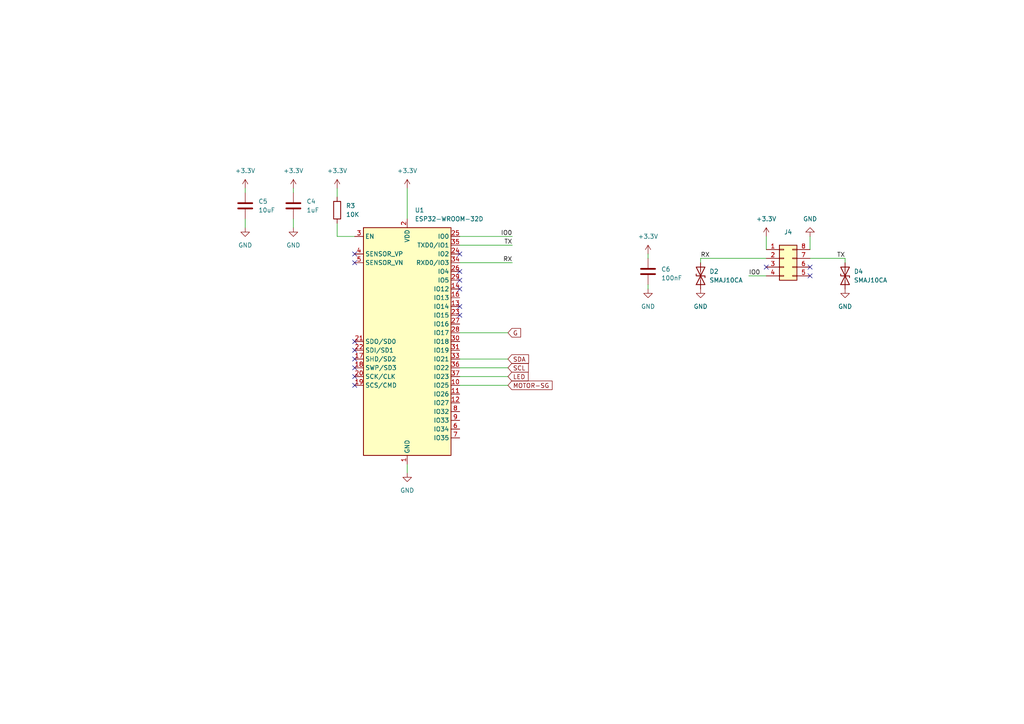
<source format=kicad_sch>
(kicad_sch (version 20230121) (generator eeschema)

  (uuid aa8ad4ae-923a-44d8-9d50-58b3d30449ff)

  (paper "A4")

  (lib_symbols
    (symbol "Connector_Generic:Conn_02x04_Counter_Clockwise" (pin_names (offset 1.016) hide) (in_bom yes) (on_board yes)
      (property "Reference" "J" (at 1.27 5.08 0)
        (effects (font (size 1.27 1.27)))
      )
      (property "Value" "Conn_02x04_Counter_Clockwise" (at 1.27 -7.62 0)
        (effects (font (size 1.27 1.27)))
      )
      (property "Footprint" "" (at 0 0 0)
        (effects (font (size 1.27 1.27)) hide)
      )
      (property "Datasheet" "~" (at 0 0 0)
        (effects (font (size 1.27 1.27)) hide)
      )
      (property "ki_keywords" "connector" (at 0 0 0)
        (effects (font (size 1.27 1.27)) hide)
      )
      (property "ki_description" "Generic connector, double row, 02x04, counter clockwise pin numbering scheme (similar to DIP package numbering), script generated (kicad-library-utils/schlib/autogen/connector/)" (at 0 0 0)
        (effects (font (size 1.27 1.27)) hide)
      )
      (property "ki_fp_filters" "Connector*:*_2x??_*" (at 0 0 0)
        (effects (font (size 1.27 1.27)) hide)
      )
      (symbol "Conn_02x04_Counter_Clockwise_1_1"
        (rectangle (start -1.27 -4.953) (end 0 -5.207)
          (stroke (width 0.1524) (type default))
          (fill (type none))
        )
        (rectangle (start -1.27 -2.413) (end 0 -2.667)
          (stroke (width 0.1524) (type default))
          (fill (type none))
        )
        (rectangle (start -1.27 0.127) (end 0 -0.127)
          (stroke (width 0.1524) (type default))
          (fill (type none))
        )
        (rectangle (start -1.27 2.667) (end 0 2.413)
          (stroke (width 0.1524) (type default))
          (fill (type none))
        )
        (rectangle (start -1.27 3.81) (end 3.81 -6.35)
          (stroke (width 0.254) (type default))
          (fill (type background))
        )
        (rectangle (start 3.81 -4.953) (end 2.54 -5.207)
          (stroke (width 0.1524) (type default))
          (fill (type none))
        )
        (rectangle (start 3.81 -2.413) (end 2.54 -2.667)
          (stroke (width 0.1524) (type default))
          (fill (type none))
        )
        (rectangle (start 3.81 0.127) (end 2.54 -0.127)
          (stroke (width 0.1524) (type default))
          (fill (type none))
        )
        (rectangle (start 3.81 2.667) (end 2.54 2.413)
          (stroke (width 0.1524) (type default))
          (fill (type none))
        )
        (pin passive line (at -5.08 2.54 0) (length 3.81)
          (name "Pin_1" (effects (font (size 1.27 1.27))))
          (number "1" (effects (font (size 1.27 1.27))))
        )
        (pin passive line (at -5.08 0 0) (length 3.81)
          (name "Pin_2" (effects (font (size 1.27 1.27))))
          (number "2" (effects (font (size 1.27 1.27))))
        )
        (pin passive line (at -5.08 -2.54 0) (length 3.81)
          (name "Pin_3" (effects (font (size 1.27 1.27))))
          (number "3" (effects (font (size 1.27 1.27))))
        )
        (pin passive line (at -5.08 -5.08 0) (length 3.81)
          (name "Pin_4" (effects (font (size 1.27 1.27))))
          (number "4" (effects (font (size 1.27 1.27))))
        )
        (pin passive line (at 7.62 -5.08 180) (length 3.81)
          (name "Pin_5" (effects (font (size 1.27 1.27))))
          (number "5" (effects (font (size 1.27 1.27))))
        )
        (pin passive line (at 7.62 -2.54 180) (length 3.81)
          (name "Pin_6" (effects (font (size 1.27 1.27))))
          (number "6" (effects (font (size 1.27 1.27))))
        )
        (pin passive line (at 7.62 0 180) (length 3.81)
          (name "Pin_7" (effects (font (size 1.27 1.27))))
          (number "7" (effects (font (size 1.27 1.27))))
        )
        (pin passive line (at 7.62 2.54 180) (length 3.81)
          (name "Pin_8" (effects (font (size 1.27 1.27))))
          (number "8" (effects (font (size 1.27 1.27))))
        )
      )
    )
    (symbol "Device:C" (pin_numbers hide) (pin_names (offset 0.254)) (in_bom yes) (on_board yes)
      (property "Reference" "C" (at 0.635 2.54 0)
        (effects (font (size 1.27 1.27)) (justify left))
      )
      (property "Value" "C" (at 0.635 -2.54 0)
        (effects (font (size 1.27 1.27)) (justify left))
      )
      (property "Footprint" "" (at 0.9652 -3.81 0)
        (effects (font (size 1.27 1.27)) hide)
      )
      (property "Datasheet" "~" (at 0 0 0)
        (effects (font (size 1.27 1.27)) hide)
      )
      (property "ki_keywords" "cap capacitor" (at 0 0 0)
        (effects (font (size 1.27 1.27)) hide)
      )
      (property "ki_description" "Unpolarized capacitor" (at 0 0 0)
        (effects (font (size 1.27 1.27)) hide)
      )
      (property "ki_fp_filters" "C_*" (at 0 0 0)
        (effects (font (size 1.27 1.27)) hide)
      )
      (symbol "C_0_1"
        (polyline
          (pts
            (xy -2.032 -0.762)
            (xy 2.032 -0.762)
          )
          (stroke (width 0.508) (type default))
          (fill (type none))
        )
        (polyline
          (pts
            (xy -2.032 0.762)
            (xy 2.032 0.762)
          )
          (stroke (width 0.508) (type default))
          (fill (type none))
        )
      )
      (symbol "C_1_1"
        (pin passive line (at 0 3.81 270) (length 2.794)
          (name "~" (effects (font (size 1.27 1.27))))
          (number "1" (effects (font (size 1.27 1.27))))
        )
        (pin passive line (at 0 -3.81 90) (length 2.794)
          (name "~" (effects (font (size 1.27 1.27))))
          (number "2" (effects (font (size 1.27 1.27))))
        )
      )
    )
    (symbol "Device:D_TVS" (pin_numbers hide) (pin_names (offset 1.016) hide) (in_bom yes) (on_board yes)
      (property "Reference" "D" (at 0 2.54 0)
        (effects (font (size 1.27 1.27)))
      )
      (property "Value" "D_TVS" (at 0 -2.54 0)
        (effects (font (size 1.27 1.27)))
      )
      (property "Footprint" "" (at 0 0 0)
        (effects (font (size 1.27 1.27)) hide)
      )
      (property "Datasheet" "~" (at 0 0 0)
        (effects (font (size 1.27 1.27)) hide)
      )
      (property "ki_keywords" "diode TVS thyrector" (at 0 0 0)
        (effects (font (size 1.27 1.27)) hide)
      )
      (property "ki_description" "Bidirectional transient-voltage-suppression diode" (at 0 0 0)
        (effects (font (size 1.27 1.27)) hide)
      )
      (property "ki_fp_filters" "TO-???* *_Diode_* *SingleDiode* D_*" (at 0 0 0)
        (effects (font (size 1.27 1.27)) hide)
      )
      (symbol "D_TVS_0_1"
        (polyline
          (pts
            (xy 1.27 0)
            (xy -1.27 0)
          )
          (stroke (width 0) (type default))
          (fill (type none))
        )
        (polyline
          (pts
            (xy 0.508 1.27)
            (xy 0 1.27)
            (xy 0 -1.27)
            (xy -0.508 -1.27)
          )
          (stroke (width 0.254) (type default))
          (fill (type none))
        )
        (polyline
          (pts
            (xy -2.54 1.27)
            (xy -2.54 -1.27)
            (xy 2.54 1.27)
            (xy 2.54 -1.27)
            (xy -2.54 1.27)
          )
          (stroke (width 0.254) (type default))
          (fill (type none))
        )
      )
      (symbol "D_TVS_1_1"
        (pin passive line (at -3.81 0 0) (length 2.54)
          (name "A1" (effects (font (size 1.27 1.27))))
          (number "1" (effects (font (size 1.27 1.27))))
        )
        (pin passive line (at 3.81 0 180) (length 2.54)
          (name "A2" (effects (font (size 1.27 1.27))))
          (number "2" (effects (font (size 1.27 1.27))))
        )
      )
    )
    (symbol "Device:R" (pin_numbers hide) (pin_names (offset 0)) (in_bom yes) (on_board yes)
      (property "Reference" "R" (at 2.032 0 90)
        (effects (font (size 1.27 1.27)))
      )
      (property "Value" "R" (at 0 0 90)
        (effects (font (size 1.27 1.27)))
      )
      (property "Footprint" "" (at -1.778 0 90)
        (effects (font (size 1.27 1.27)) hide)
      )
      (property "Datasheet" "~" (at 0 0 0)
        (effects (font (size 1.27 1.27)) hide)
      )
      (property "ki_keywords" "R res resistor" (at 0 0 0)
        (effects (font (size 1.27 1.27)) hide)
      )
      (property "ki_description" "Resistor" (at 0 0 0)
        (effects (font (size 1.27 1.27)) hide)
      )
      (property "ki_fp_filters" "R_*" (at 0 0 0)
        (effects (font (size 1.27 1.27)) hide)
      )
      (symbol "R_0_1"
        (rectangle (start -1.016 -2.54) (end 1.016 2.54)
          (stroke (width 0.254) (type default))
          (fill (type none))
        )
      )
      (symbol "R_1_1"
        (pin passive line (at 0 3.81 270) (length 1.27)
          (name "~" (effects (font (size 1.27 1.27))))
          (number "1" (effects (font (size 1.27 1.27))))
        )
        (pin passive line (at 0 -3.81 90) (length 1.27)
          (name "~" (effects (font (size 1.27 1.27))))
          (number "2" (effects (font (size 1.27 1.27))))
        )
      )
    )
    (symbol "RF_Module:ESP32-WROOM-32D" (in_bom yes) (on_board yes)
      (property "Reference" "U" (at -12.7 34.29 0)
        (effects (font (size 1.27 1.27)) (justify left))
      )
      (property "Value" "ESP32-WROOM-32D" (at 1.27 34.29 0)
        (effects (font (size 1.27 1.27)) (justify left))
      )
      (property "Footprint" "RF_Module:ESP32-WROOM-32D" (at 16.51 -34.29 0)
        (effects (font (size 1.27 1.27)) hide)
      )
      (property "Datasheet" "https://www.espressif.com/sites/default/files/documentation/esp32-wroom-32d_esp32-wroom-32u_datasheet_en.pdf" (at -7.62 1.27 0)
        (effects (font (size 1.27 1.27)) hide)
      )
      (property "ki_keywords" "RF Radio BT ESP ESP32 Espressif onboard PCB antenna" (at 0 0 0)
        (effects (font (size 1.27 1.27)) hide)
      )
      (property "ki_description" "RF Module, ESP32-D0WD SoC, Wi-Fi 802.11b/g/n, Bluetooth, BLE, 32-bit, 2.7-3.6V, onboard antenna, SMD" (at 0 0 0)
        (effects (font (size 1.27 1.27)) hide)
      )
      (property "ki_fp_filters" "ESP32?WROOM?32D*" (at 0 0 0)
        (effects (font (size 1.27 1.27)) hide)
      )
      (symbol "ESP32-WROOM-32D_0_1"
        (rectangle (start -12.7 33.02) (end 12.7 -33.02)
          (stroke (width 0.254) (type default))
          (fill (type background))
        )
      )
      (symbol "ESP32-WROOM-32D_1_1"
        (pin power_in line (at 0 -35.56 90) (length 2.54)
          (name "GND" (effects (font (size 1.27 1.27))))
          (number "1" (effects (font (size 1.27 1.27))))
        )
        (pin bidirectional line (at 15.24 -12.7 180) (length 2.54)
          (name "IO25" (effects (font (size 1.27 1.27))))
          (number "10" (effects (font (size 1.27 1.27))))
        )
        (pin bidirectional line (at 15.24 -15.24 180) (length 2.54)
          (name "IO26" (effects (font (size 1.27 1.27))))
          (number "11" (effects (font (size 1.27 1.27))))
        )
        (pin bidirectional line (at 15.24 -17.78 180) (length 2.54)
          (name "IO27" (effects (font (size 1.27 1.27))))
          (number "12" (effects (font (size 1.27 1.27))))
        )
        (pin bidirectional line (at 15.24 10.16 180) (length 2.54)
          (name "IO14" (effects (font (size 1.27 1.27))))
          (number "13" (effects (font (size 1.27 1.27))))
        )
        (pin bidirectional line (at 15.24 15.24 180) (length 2.54)
          (name "IO12" (effects (font (size 1.27 1.27))))
          (number "14" (effects (font (size 1.27 1.27))))
        )
        (pin passive line (at 0 -35.56 90) (length 2.54) hide
          (name "GND" (effects (font (size 1.27 1.27))))
          (number "15" (effects (font (size 1.27 1.27))))
        )
        (pin bidirectional line (at 15.24 12.7 180) (length 2.54)
          (name "IO13" (effects (font (size 1.27 1.27))))
          (number "16" (effects (font (size 1.27 1.27))))
        )
        (pin bidirectional line (at -15.24 -5.08 0) (length 2.54)
          (name "SHD/SD2" (effects (font (size 1.27 1.27))))
          (number "17" (effects (font (size 1.27 1.27))))
        )
        (pin bidirectional line (at -15.24 -7.62 0) (length 2.54)
          (name "SWP/SD3" (effects (font (size 1.27 1.27))))
          (number "18" (effects (font (size 1.27 1.27))))
        )
        (pin bidirectional line (at -15.24 -12.7 0) (length 2.54)
          (name "SCS/CMD" (effects (font (size 1.27 1.27))))
          (number "19" (effects (font (size 1.27 1.27))))
        )
        (pin power_in line (at 0 35.56 270) (length 2.54)
          (name "VDD" (effects (font (size 1.27 1.27))))
          (number "2" (effects (font (size 1.27 1.27))))
        )
        (pin bidirectional line (at -15.24 -10.16 0) (length 2.54)
          (name "SCK/CLK" (effects (font (size 1.27 1.27))))
          (number "20" (effects (font (size 1.27 1.27))))
        )
        (pin bidirectional line (at -15.24 0 0) (length 2.54)
          (name "SDO/SD0" (effects (font (size 1.27 1.27))))
          (number "21" (effects (font (size 1.27 1.27))))
        )
        (pin bidirectional line (at -15.24 -2.54 0) (length 2.54)
          (name "SDI/SD1" (effects (font (size 1.27 1.27))))
          (number "22" (effects (font (size 1.27 1.27))))
        )
        (pin bidirectional line (at 15.24 7.62 180) (length 2.54)
          (name "IO15" (effects (font (size 1.27 1.27))))
          (number "23" (effects (font (size 1.27 1.27))))
        )
        (pin bidirectional line (at 15.24 25.4 180) (length 2.54)
          (name "IO2" (effects (font (size 1.27 1.27))))
          (number "24" (effects (font (size 1.27 1.27))))
        )
        (pin bidirectional line (at 15.24 30.48 180) (length 2.54)
          (name "IO0" (effects (font (size 1.27 1.27))))
          (number "25" (effects (font (size 1.27 1.27))))
        )
        (pin bidirectional line (at 15.24 20.32 180) (length 2.54)
          (name "IO4" (effects (font (size 1.27 1.27))))
          (number "26" (effects (font (size 1.27 1.27))))
        )
        (pin bidirectional line (at 15.24 5.08 180) (length 2.54)
          (name "IO16" (effects (font (size 1.27 1.27))))
          (number "27" (effects (font (size 1.27 1.27))))
        )
        (pin bidirectional line (at 15.24 2.54 180) (length 2.54)
          (name "IO17" (effects (font (size 1.27 1.27))))
          (number "28" (effects (font (size 1.27 1.27))))
        )
        (pin bidirectional line (at 15.24 17.78 180) (length 2.54)
          (name "IO5" (effects (font (size 1.27 1.27))))
          (number "29" (effects (font (size 1.27 1.27))))
        )
        (pin input line (at -15.24 30.48 0) (length 2.54)
          (name "EN" (effects (font (size 1.27 1.27))))
          (number "3" (effects (font (size 1.27 1.27))))
        )
        (pin bidirectional line (at 15.24 0 180) (length 2.54)
          (name "IO18" (effects (font (size 1.27 1.27))))
          (number "30" (effects (font (size 1.27 1.27))))
        )
        (pin bidirectional line (at 15.24 -2.54 180) (length 2.54)
          (name "IO19" (effects (font (size 1.27 1.27))))
          (number "31" (effects (font (size 1.27 1.27))))
        )
        (pin no_connect line (at -12.7 -27.94 0) (length 2.54) hide
          (name "NC" (effects (font (size 1.27 1.27))))
          (number "32" (effects (font (size 1.27 1.27))))
        )
        (pin bidirectional line (at 15.24 -5.08 180) (length 2.54)
          (name "IO21" (effects (font (size 1.27 1.27))))
          (number "33" (effects (font (size 1.27 1.27))))
        )
        (pin bidirectional line (at 15.24 22.86 180) (length 2.54)
          (name "RXD0/IO3" (effects (font (size 1.27 1.27))))
          (number "34" (effects (font (size 1.27 1.27))))
        )
        (pin bidirectional line (at 15.24 27.94 180) (length 2.54)
          (name "TXD0/IO1" (effects (font (size 1.27 1.27))))
          (number "35" (effects (font (size 1.27 1.27))))
        )
        (pin bidirectional line (at 15.24 -7.62 180) (length 2.54)
          (name "IO22" (effects (font (size 1.27 1.27))))
          (number "36" (effects (font (size 1.27 1.27))))
        )
        (pin bidirectional line (at 15.24 -10.16 180) (length 2.54)
          (name "IO23" (effects (font (size 1.27 1.27))))
          (number "37" (effects (font (size 1.27 1.27))))
        )
        (pin passive line (at 0 -35.56 90) (length 2.54) hide
          (name "GND" (effects (font (size 1.27 1.27))))
          (number "38" (effects (font (size 1.27 1.27))))
        )
        (pin passive line (at 0 -35.56 90) (length 2.54) hide
          (name "GND" (effects (font (size 1.27 1.27))))
          (number "39" (effects (font (size 1.27 1.27))))
        )
        (pin input line (at -15.24 25.4 0) (length 2.54)
          (name "SENSOR_VP" (effects (font (size 1.27 1.27))))
          (number "4" (effects (font (size 1.27 1.27))))
        )
        (pin input line (at -15.24 22.86 0) (length 2.54)
          (name "SENSOR_VN" (effects (font (size 1.27 1.27))))
          (number "5" (effects (font (size 1.27 1.27))))
        )
        (pin input line (at 15.24 -25.4 180) (length 2.54)
          (name "IO34" (effects (font (size 1.27 1.27))))
          (number "6" (effects (font (size 1.27 1.27))))
        )
        (pin input line (at 15.24 -27.94 180) (length 2.54)
          (name "IO35" (effects (font (size 1.27 1.27))))
          (number "7" (effects (font (size 1.27 1.27))))
        )
        (pin bidirectional line (at 15.24 -20.32 180) (length 2.54)
          (name "IO32" (effects (font (size 1.27 1.27))))
          (number "8" (effects (font (size 1.27 1.27))))
        )
        (pin bidirectional line (at 15.24 -22.86 180) (length 2.54)
          (name "IO33" (effects (font (size 1.27 1.27))))
          (number "9" (effects (font (size 1.27 1.27))))
        )
      )
    )
    (symbol "power:+3.3V" (power) (pin_names (offset 0)) (in_bom yes) (on_board yes)
      (property "Reference" "#PWR" (at 0 -3.81 0)
        (effects (font (size 1.27 1.27)) hide)
      )
      (property "Value" "+3.3V" (at 0 3.556 0)
        (effects (font (size 1.27 1.27)))
      )
      (property "Footprint" "" (at 0 0 0)
        (effects (font (size 1.27 1.27)) hide)
      )
      (property "Datasheet" "" (at 0 0 0)
        (effects (font (size 1.27 1.27)) hide)
      )
      (property "ki_keywords" "global power" (at 0 0 0)
        (effects (font (size 1.27 1.27)) hide)
      )
      (property "ki_description" "Power symbol creates a global label with name \"+3.3V\"" (at 0 0 0)
        (effects (font (size 1.27 1.27)) hide)
      )
      (symbol "+3.3V_0_1"
        (polyline
          (pts
            (xy -0.762 1.27)
            (xy 0 2.54)
          )
          (stroke (width 0) (type default))
          (fill (type none))
        )
        (polyline
          (pts
            (xy 0 0)
            (xy 0 2.54)
          )
          (stroke (width 0) (type default))
          (fill (type none))
        )
        (polyline
          (pts
            (xy 0 2.54)
            (xy 0.762 1.27)
          )
          (stroke (width 0) (type default))
          (fill (type none))
        )
      )
      (symbol "+3.3V_1_1"
        (pin power_in line (at 0 0 90) (length 0) hide
          (name "+3.3V" (effects (font (size 1.27 1.27))))
          (number "1" (effects (font (size 1.27 1.27))))
        )
      )
    )
    (symbol "power:GND" (power) (pin_names (offset 0)) (in_bom yes) (on_board yes)
      (property "Reference" "#PWR" (at 0 -6.35 0)
        (effects (font (size 1.27 1.27)) hide)
      )
      (property "Value" "GND" (at 0 -3.81 0)
        (effects (font (size 1.27 1.27)))
      )
      (property "Footprint" "" (at 0 0 0)
        (effects (font (size 1.27 1.27)) hide)
      )
      (property "Datasheet" "" (at 0 0 0)
        (effects (font (size 1.27 1.27)) hide)
      )
      (property "ki_keywords" "global power" (at 0 0 0)
        (effects (font (size 1.27 1.27)) hide)
      )
      (property "ki_description" "Power symbol creates a global label with name \"GND\" , ground" (at 0 0 0)
        (effects (font (size 1.27 1.27)) hide)
      )
      (symbol "GND_0_1"
        (polyline
          (pts
            (xy 0 0)
            (xy 0 -1.27)
            (xy 1.27 -1.27)
            (xy 0 -2.54)
            (xy -1.27 -1.27)
            (xy 0 -1.27)
          )
          (stroke (width 0) (type default))
          (fill (type none))
        )
      )
      (symbol "GND_1_1"
        (pin power_in line (at 0 0 270) (length 0) hide
          (name "GND" (effects (font (size 1.27 1.27))))
          (number "1" (effects (font (size 1.27 1.27))))
        )
      )
    )
  )


  (no_connect (at 222.25 77.47) (uuid 13036cf0-b19c-42b6-bbc4-429483bc5d8f))
  (no_connect (at 102.87 106.68) (uuid 5a6599a2-8ebe-4e63-ad33-2c97e625efd8))
  (no_connect (at 102.87 104.14) (uuid 6ffe5d3c-04d2-4e0a-8d19-715c45dccd6e))
  (no_connect (at 102.87 111.76) (uuid 73117ce3-e621-45c7-84e0-bc9c4ca9eeb0))
  (no_connect (at 133.35 88.9) (uuid 8bc36806-66a0-458a-ae6e-5973f1e6eb23))
  (no_connect (at 133.35 81.28) (uuid 905c9ed6-f93d-4b6b-8b9e-67abca0d93ff))
  (no_connect (at 102.87 73.66) (uuid 93d47919-70a8-48da-b17c-257f95c743e7))
  (no_connect (at 102.87 101.6) (uuid 9434c12f-3e2c-45de-8408-a9072d5def00))
  (no_connect (at 102.87 76.2) (uuid 962009cc-b294-4b38-8801-e5e5d8de5295))
  (no_connect (at 133.35 83.82) (uuid bfabdfa2-f762-4c3c-8d8d-bd03ce663e07))
  (no_connect (at 102.87 99.06) (uuid c931bc59-f92e-44f8-90fc-3de821a44e27))
  (no_connect (at 133.35 73.66) (uuid d24d3a22-1eb4-4005-b9c7-cd583d161a44))
  (no_connect (at 234.95 77.47) (uuid ddebd2e6-7d46-419f-9090-a0f541778408))
  (no_connect (at 133.35 91.44) (uuid ed9f5ca5-52c0-4725-b863-bc4d0b3c64fc))
  (no_connect (at 234.95 80.01) (uuid f725ae05-4e02-4418-b6c4-904d5bb2948c))
  (no_connect (at 102.87 109.22) (uuid f8e16fb0-7b35-4f87-9600-eb8352fb96b6))
  (no_connect (at 133.35 78.74) (uuid fbe39e8b-5972-4972-8a94-80a05ab00684))

  (wire (pts (xy 85.09 63.5) (xy 85.09 66.04))
    (stroke (width 0) (type default))
    (uuid 136e1a26-eee1-470c-b309-13880a1836e6)
  )
  (wire (pts (xy 133.35 68.58) (xy 148.59 68.58))
    (stroke (width 0) (type default))
    (uuid 17e2d1d9-4c05-4863-a03b-e7a8c4900310)
  )
  (wire (pts (xy 133.35 76.2) (xy 148.59 76.2))
    (stroke (width 0) (type default))
    (uuid 185f1041-0fdd-403b-b690-33b8772d22b9)
  )
  (wire (pts (xy 118.11 54.61) (xy 118.11 63.5))
    (stroke (width 0) (type default))
    (uuid 36bc6dce-93b2-4cd5-9268-5762466de9b5)
  )
  (wire (pts (xy 71.12 54.61) (xy 71.12 55.88))
    (stroke (width 0) (type default))
    (uuid 38619fa5-8fbc-4d1e-93e6-67f6ae2b1b0e)
  )
  (wire (pts (xy 133.35 109.22) (xy 147.32 109.22))
    (stroke (width 0) (type default))
    (uuid 44388a45-286b-46f3-8b4a-b80147dadc07)
  )
  (wire (pts (xy 222.25 68.58) (xy 222.25 72.39))
    (stroke (width 0) (type default))
    (uuid 4608252c-700a-40ff-a2ba-0787521bdee8)
  )
  (wire (pts (xy 245.11 74.93) (xy 245.11 76.2))
    (stroke (width 0) (type default))
    (uuid 46987e3d-7bf3-4de3-a90d-331e5ec70f2b)
  )
  (wire (pts (xy 118.11 134.62) (xy 118.11 137.16))
    (stroke (width 0) (type default))
    (uuid 47454d54-bd93-48ee-9b5b-3caa8eea648b)
  )
  (wire (pts (xy 133.35 71.12) (xy 148.59 71.12))
    (stroke (width 0) (type default))
    (uuid 488703de-6f62-4e7b-9068-f510a9ad849a)
  )
  (wire (pts (xy 217.17 80.01) (xy 222.25 80.01))
    (stroke (width 0) (type default))
    (uuid 4ecbc34a-fabe-43ab-97d6-d5e7de25bbce)
  )
  (wire (pts (xy 133.35 111.76) (xy 147.32 111.76))
    (stroke (width 0) (type default))
    (uuid 590b15cd-979c-409e-b357-cbb275758829)
  )
  (wire (pts (xy 97.79 54.61) (xy 97.79 57.15))
    (stroke (width 0) (type default))
    (uuid 5943900c-83ea-43f2-be15-4ac34f3e3e87)
  )
  (wire (pts (xy 71.12 63.5) (xy 71.12 66.04))
    (stroke (width 0) (type default))
    (uuid 5db7e3c4-e2fb-48f0-b842-8a0fdd91449c)
  )
  (wire (pts (xy 187.96 73.66) (xy 187.96 74.93))
    (stroke (width 0) (type default))
    (uuid 63bf8843-8b11-44bd-af59-8e794da57b73)
  )
  (wire (pts (xy 85.09 54.61) (xy 85.09 55.88))
    (stroke (width 0) (type default))
    (uuid 8671d051-2b03-486f-9ba0-d3cf70fb5a4a)
  )
  (wire (pts (xy 187.96 82.55) (xy 187.96 83.82))
    (stroke (width 0) (type default))
    (uuid 8be454b0-f071-48f6-bca9-5184a84e1149)
  )
  (wire (pts (xy 203.2 74.93) (xy 222.25 74.93))
    (stroke (width 0) (type default))
    (uuid 99604530-7745-41e1-b1ab-abf16a387259)
  )
  (wire (pts (xy 97.79 68.58) (xy 97.79 64.77))
    (stroke (width 0) (type default))
    (uuid 9ce83858-ae89-48b7-8a4a-0655d169ba7b)
  )
  (wire (pts (xy 133.35 96.52) (xy 147.32 96.52))
    (stroke (width 0) (type default))
    (uuid a23bbb82-7dd1-46f7-8ae0-81462517a30c)
  )
  (wire (pts (xy 133.35 104.14) (xy 147.32 104.14))
    (stroke (width 0) (type default))
    (uuid ab12c555-d727-4544-912e-64975c1be88b)
  )
  (wire (pts (xy 133.35 106.68) (xy 147.32 106.68))
    (stroke (width 0) (type default))
    (uuid b1716648-1033-4fbb-aa62-42748ce91ac1)
  )
  (wire (pts (xy 234.95 68.58) (xy 234.95 72.39))
    (stroke (width 0) (type default))
    (uuid bfc744d5-cc8a-443c-a52c-61deda01e77b)
  )
  (wire (pts (xy 102.87 68.58) (xy 97.79 68.58))
    (stroke (width 0) (type default))
    (uuid bfde4872-350e-4ecb-ad84-76ecb643dcaa)
  )
  (wire (pts (xy 203.2 74.93) (xy 203.2 76.2))
    (stroke (width 0) (type default))
    (uuid d65c6597-ee05-4c8c-868d-7a7dc28eb492)
  )
  (wire (pts (xy 234.95 74.93) (xy 245.11 74.93))
    (stroke (width 0) (type default))
    (uuid da7127ef-3a67-48ed-863b-cd8cc05aa724)
  )

  (label "RX" (at 148.59 76.2 180) (fields_autoplaced)
    (effects (font (size 1.27 1.27)) (justify right bottom))
    (uuid 0ff92bca-913d-4cca-93b9-799a38574081)
  )
  (label "RX" (at 203.2 74.93 0) (fields_autoplaced)
    (effects (font (size 1.27 1.27)) (justify left bottom))
    (uuid 195243eb-12af-4b8f-a7a0-3fb8e56f51b6)
  )
  (label "IO0" (at 148.59 68.58 180) (fields_autoplaced)
    (effects (font (size 1.27 1.27)) (justify right bottom))
    (uuid b5955485-e231-4400-8294-3c5b0bbfde10)
  )
  (label "TX" (at 148.59 71.12 180) (fields_autoplaced)
    (effects (font (size 1.27 1.27)) (justify right bottom))
    (uuid efc0aff7-8070-47de-a0ad-2203f80067df)
  )
  (label "IO0" (at 217.17 80.01 0) (fields_autoplaced)
    (effects (font (size 1.27 1.27)) (justify left bottom))
    (uuid fdc6e199-b26d-489c-b363-2948528fb627)
  )
  (label "TX" (at 245.11 74.93 180) (fields_autoplaced)
    (effects (font (size 1.27 1.27)) (justify right bottom))
    (uuid feef61db-ec42-4e46-af7e-aa2dfd4399d0)
  )

  (global_label "LED" (shape input) (at 147.32 109.22 0) (fields_autoplaced)
    (effects (font (size 1.27 1.27)) (justify left))
    (uuid 11ec0d0b-4f70-4b73-9002-65ef21de0cf1)
    (property "Intersheetrefs" "${INTERSHEET_REFS}" (at 153.6729 109.22 0)
      (effects (font (size 1.27 1.27)) (justify left) hide)
    )
  )
  (global_label "MOTOR-SG" (shape input) (at 147.32 111.76 0) (fields_autoplaced)
    (effects (font (size 1.27 1.27)) (justify left))
    (uuid 41ce6352-048c-4401-a566-83642b2aca29)
    (property "Intersheetrefs" "${INTERSHEET_REFS}" (at 160.6277 111.76 0)
      (effects (font (size 1.27 1.27)) (justify left) hide)
    )
  )
  (global_label "SDA" (shape input) (at 147.32 104.14 0) (fields_autoplaced)
    (effects (font (size 1.27 1.27)) (justify left))
    (uuid 6a3bab58-839e-488e-8f77-811523adcb79)
    (property "Intersheetrefs" "${INTERSHEET_REFS}" (at 153.7939 104.14 0)
      (effects (font (size 1.27 1.27)) (justify left) hide)
    )
  )
  (global_label "G" (shape input) (at 147.32 96.52 0) (fields_autoplaced)
    (effects (font (size 1.27 1.27)) (justify left))
    (uuid 976de31e-930f-45d6-b630-739f2d8ef195)
    (property "Intersheetrefs" "${INTERSHEET_REFS}" (at 151.5752 96.52 0)
      (effects (font (size 1.27 1.27)) (justify left) hide)
    )
  )
  (global_label "SCL" (shape input) (at 147.32 106.68 0) (fields_autoplaced)
    (effects (font (size 1.27 1.27)) (justify left))
    (uuid e7ed4acd-2399-47f3-9d98-3e147a16d00b)
    (property "Intersheetrefs" "${INTERSHEET_REFS}" (at 153.7334 106.68 0)
      (effects (font (size 1.27 1.27)) (justify left) hide)
    )
  )

  (symbol (lib_id "power:GND") (at 203.2 83.82 0) (unit 1)
    (in_bom yes) (on_board yes) (dnp no) (fields_autoplaced)
    (uuid 0d5dbc21-1542-4d68-819f-1462e4d943bd)
    (property "Reference" "#PWR018" (at 203.2 90.17 0)
      (effects (font (size 1.27 1.27)) hide)
    )
    (property "Value" "GND" (at 203.2 88.9 0)
      (effects (font (size 1.27 1.27)))
    )
    (property "Footprint" "" (at 203.2 83.82 0)
      (effects (font (size 1.27 1.27)) hide)
    )
    (property "Datasheet" "" (at 203.2 83.82 0)
      (effects (font (size 1.27 1.27)) hide)
    )
    (pin "1" (uuid f9255d0c-fec8-49df-a49e-7fbaf27be7de))
    (instances
      (project "piezzo"
        (path "/2a569c31-bb52-4c3d-ae7f-45f2860154f7"
          (reference "#PWR018") (unit 1)
        )
        (path "/2a569c31-bb52-4c3d-ae7f-45f2860154f7/7849a71f-fbd9-43cf-aa18-1d7390d12e45"
          (reference "#PWR018") (unit 1)
        )
      )
    )
  )

  (symbol (lib_id "power:+3.3V") (at 187.96 73.66 0) (unit 1)
    (in_bom yes) (on_board yes) (dnp no) (fields_autoplaced)
    (uuid 0d6df8bc-a4c1-4d84-a7a7-54f225690f73)
    (property "Reference" "#PWR04" (at 187.96 77.47 0)
      (effects (font (size 1.27 1.27)) hide)
    )
    (property "Value" "+3.3V" (at 187.96 68.58 0)
      (effects (font (size 1.27 1.27)))
    )
    (property "Footprint" "" (at 187.96 73.66 0)
      (effects (font (size 1.27 1.27)) hide)
    )
    (property "Datasheet" "" (at 187.96 73.66 0)
      (effects (font (size 1.27 1.27)) hide)
    )
    (pin "1" (uuid ac1004ca-7ee6-48fd-b0f6-59290f1f0b6f))
    (instances
      (project "piezzo"
        (path "/2a569c31-bb52-4c3d-ae7f-45f2860154f7"
          (reference "#PWR04") (unit 1)
        )
        (path "/2a569c31-bb52-4c3d-ae7f-45f2860154f7/7849a71f-fbd9-43cf-aa18-1d7390d12e45"
          (reference "#PWR014") (unit 1)
        )
      )
    )
  )

  (symbol (lib_id "power:GND") (at 85.09 66.04 0) (unit 1)
    (in_bom yes) (on_board yes) (dnp no) (fields_autoplaced)
    (uuid 158adca2-1336-406f-bd65-532bc1b5bfd7)
    (property "Reference" "#PWR013" (at 85.09 72.39 0)
      (effects (font (size 1.27 1.27)) hide)
    )
    (property "Value" "GND" (at 85.09 71.12 0)
      (effects (font (size 1.27 1.27)))
    )
    (property "Footprint" "" (at 85.09 66.04 0)
      (effects (font (size 1.27 1.27)) hide)
    )
    (property "Datasheet" "" (at 85.09 66.04 0)
      (effects (font (size 1.27 1.27)) hide)
    )
    (pin "1" (uuid d97d984d-1785-4b23-bb9a-72b9eb9d54d5))
    (instances
      (project "piezzo"
        (path "/2a569c31-bb52-4c3d-ae7f-45f2860154f7"
          (reference "#PWR013") (unit 1)
        )
        (path "/2a569c31-bb52-4c3d-ae7f-45f2860154f7/7849a71f-fbd9-43cf-aa18-1d7390d12e45"
          (reference "#PWR010") (unit 1)
        )
      )
    )
  )

  (symbol (lib_id "power:GND") (at 187.96 83.82 0) (unit 1)
    (in_bom yes) (on_board yes) (dnp no) (fields_autoplaced)
    (uuid 183997c3-0ca8-485a-b3ea-6c4b5c9ebdc2)
    (property "Reference" "#PWR05" (at 187.96 90.17 0)
      (effects (font (size 1.27 1.27)) hide)
    )
    (property "Value" "GND" (at 187.96 88.9 0)
      (effects (font (size 1.27 1.27)))
    )
    (property "Footprint" "" (at 187.96 83.82 0)
      (effects (font (size 1.27 1.27)) hide)
    )
    (property "Datasheet" "" (at 187.96 83.82 0)
      (effects (font (size 1.27 1.27)) hide)
    )
    (pin "1" (uuid 39b2332a-8d03-4b4f-aea5-27df2cd4237f))
    (instances
      (project "piezzo"
        (path "/2a569c31-bb52-4c3d-ae7f-45f2860154f7"
          (reference "#PWR05") (unit 1)
        )
        (path "/2a569c31-bb52-4c3d-ae7f-45f2860154f7/7849a71f-fbd9-43cf-aa18-1d7390d12e45"
          (reference "#PWR015") (unit 1)
        )
      )
    )
  )

  (symbol (lib_id "Connector_Generic:Conn_02x04_Counter_Clockwise") (at 227.33 74.93 0) (unit 1)
    (in_bom yes) (on_board yes) (dnp no) (fields_autoplaced)
    (uuid 1af0042b-4dda-4ffc-8f5b-1ef581c26b8f)
    (property "Reference" "J4" (at 228.6 67.31 0)
      (effects (font (size 1.27 1.27)))
    )
    (property "Value" "CODE" (at 228.6 69.85 0)
      (effects (font (size 1.27 1.27)) hide)
    )
    (property "Footprint" "Connector_PinSocket_2.54mm:PinSocket_2x04_P2.54mm_Vertical" (at 227.33 74.93 0)
      (effects (font (size 1.27 1.27)) hide)
    )
    (property "Datasheet" "~" (at 227.33 74.93 0)
      (effects (font (size 1.27 1.27)) hide)
    )
    (pin "1" (uuid 71a86d66-a9d4-45aa-a47b-68c4961efad0))
    (pin "2" (uuid 36ffd9db-5f55-4212-bf19-f4d76da7e9e9))
    (pin "3" (uuid 9e72d2b3-541b-4a54-978f-c70a02eda4c2))
    (pin "4" (uuid 1a0ce16b-baab-4d5f-aa10-ae1a3ca78aec))
    (pin "5" (uuid ddb21782-25c4-4c50-aa5d-02ae33a3bb85))
    (pin "6" (uuid 8a5344d8-dfd4-40f2-a3e7-48c277076f76))
    (pin "7" (uuid b3e90e13-51fa-4086-bcf8-586cec1c0064))
    (pin "8" (uuid cc6ad4b4-729b-473c-a3fc-0e058076054e))
    (instances
      (project "piezzo"
        (path "/2a569c31-bb52-4c3d-ae7f-45f2860154f7"
          (reference "J4") (unit 1)
        )
        (path "/2a569c31-bb52-4c3d-ae7f-45f2860154f7/7849a71f-fbd9-43cf-aa18-1d7390d12e45"
          (reference "J4") (unit 1)
        )
      )
    )
  )

  (symbol (lib_id "power:GND") (at 118.11 137.16 0) (unit 1)
    (in_bom yes) (on_board yes) (dnp no) (fields_autoplaced)
    (uuid 1e23b3ba-431e-4703-b5fc-a185603201be)
    (property "Reference" "#PWR015" (at 118.11 143.51 0)
      (effects (font (size 1.27 1.27)) hide)
    )
    (property "Value" "GND" (at 118.11 142.24 0)
      (effects (font (size 1.27 1.27)))
    )
    (property "Footprint" "" (at 118.11 137.16 0)
      (effects (font (size 1.27 1.27)) hide)
    )
    (property "Datasheet" "" (at 118.11 137.16 0)
      (effects (font (size 1.27 1.27)) hide)
    )
    (pin "1" (uuid 678050a5-6038-49dc-aff5-2e938b9d52b9))
    (instances
      (project "piezzo"
        (path "/2a569c31-bb52-4c3d-ae7f-45f2860154f7"
          (reference "#PWR015") (unit 1)
        )
        (path "/2a569c31-bb52-4c3d-ae7f-45f2860154f7/7849a71f-fbd9-43cf-aa18-1d7390d12e45"
          (reference "#PWR013") (unit 1)
        )
      )
    )
  )

  (symbol (lib_id "power:+3.3V") (at 118.11 54.61 0) (unit 1)
    (in_bom yes) (on_board yes) (dnp no) (fields_autoplaced)
    (uuid 4ff1c3e4-d819-44d4-8b53-135b82273461)
    (property "Reference" "#PWR09" (at 118.11 58.42 0)
      (effects (font (size 1.27 1.27)) hide)
    )
    (property "Value" "+3.3V" (at 118.11 49.53 0)
      (effects (font (size 1.27 1.27)))
    )
    (property "Footprint" "" (at 118.11 54.61 0)
      (effects (font (size 1.27 1.27)) hide)
    )
    (property "Datasheet" "" (at 118.11 54.61 0)
      (effects (font (size 1.27 1.27)) hide)
    )
    (pin "1" (uuid 1cfe38f8-3ada-4ac2-bfa1-cb2c3c1492a0))
    (instances
      (project "piezzo"
        (path "/2a569c31-bb52-4c3d-ae7f-45f2860154f7"
          (reference "#PWR09") (unit 1)
        )
        (path "/2a569c31-bb52-4c3d-ae7f-45f2860154f7/7849a71f-fbd9-43cf-aa18-1d7390d12e45"
          (reference "#PWR012") (unit 1)
        )
      )
    )
  )

  (symbol (lib_id "power:GND") (at 71.12 66.04 0) (unit 1)
    (in_bom yes) (on_board yes) (dnp no) (fields_autoplaced)
    (uuid 61aa6502-95ea-4e0f-b7b6-61651772db78)
    (property "Reference" "#PWR014" (at 71.12 72.39 0)
      (effects (font (size 1.27 1.27)) hide)
    )
    (property "Value" "GND" (at 71.12 71.12 0)
      (effects (font (size 1.27 1.27)))
    )
    (property "Footprint" "" (at 71.12 66.04 0)
      (effects (font (size 1.27 1.27)) hide)
    )
    (property "Datasheet" "" (at 71.12 66.04 0)
      (effects (font (size 1.27 1.27)) hide)
    )
    (pin "1" (uuid 87f8b17d-413f-42d8-a692-c93845950cbf))
    (instances
      (project "piezzo"
        (path "/2a569c31-bb52-4c3d-ae7f-45f2860154f7"
          (reference "#PWR014") (unit 1)
        )
        (path "/2a569c31-bb52-4c3d-ae7f-45f2860154f7/7849a71f-fbd9-43cf-aa18-1d7390d12e45"
          (reference "#PWR05") (unit 1)
        )
      )
    )
  )

  (symbol (lib_id "RF_Module:ESP32-WROOM-32D") (at 118.11 99.06 0) (unit 1)
    (in_bom yes) (on_board yes) (dnp no) (fields_autoplaced)
    (uuid 70551488-964b-4934-9c04-2195d004a8b4)
    (property "Reference" "U1" (at 120.3041 60.96 0)
      (effects (font (size 1.27 1.27)) (justify left))
    )
    (property "Value" "ESP32-WROOM-32D" (at 120.3041 63.5 0)
      (effects (font (size 1.27 1.27)) (justify left))
    )
    (property "Footprint" "RF_Module:ESP32-WROOM-32D" (at 134.62 133.35 0)
      (effects (font (size 1.27 1.27)) hide)
    )
    (property "Datasheet" "https://www.espressif.com/sites/default/files/documentation/esp32-wroom-32d_esp32-wroom-32u_datasheet_en.pdf" (at 110.49 97.79 0)
      (effects (font (size 1.27 1.27)) hide)
    )
    (pin "1" (uuid 74e87032-9c57-4d1d-a551-39eeee175c56))
    (pin "10" (uuid 0391dfba-c25f-4306-b8c3-929e93972f0b))
    (pin "11" (uuid 246c2617-8fd1-4663-969c-8c06c5208d2a))
    (pin "12" (uuid 30a90a0d-fd00-46d5-af36-17735db8c486))
    (pin "13" (uuid cee60782-161b-4e4b-8034-d8c05bfbed7e))
    (pin "14" (uuid dc33e609-b70c-422d-b7c0-3fe5ea8a7217))
    (pin "15" (uuid 257dae60-3269-49c4-ad32-686091bebf4b))
    (pin "16" (uuid 7e05b38a-6d25-4314-8686-0a3963075043))
    (pin "17" (uuid 1b8c0269-e035-48ca-bdf2-19f2a2eebd76))
    (pin "18" (uuid 0ffe2753-9001-4a1c-b363-c36854f56ff3))
    (pin "19" (uuid 24f48d9a-44ec-4337-9d72-4512870274f6))
    (pin "2" (uuid dd4a2549-9a31-4a89-8cea-e9dd3d41a478))
    (pin "20" (uuid 585a15da-87c5-42d6-9525-5d599c27c905))
    (pin "21" (uuid 127fb5f6-884a-4a2f-8fbb-b88f412cfa5e))
    (pin "22" (uuid 8c26afe6-904c-454e-9c8d-edef97d74ed2))
    (pin "23" (uuid 03236f2d-1f2e-4a72-ac7f-94c83c050fb2))
    (pin "24" (uuid b4c79152-588c-4b85-8ac2-13e104a7e1d2))
    (pin "25" (uuid 6f2256c3-881b-44a4-81c2-68effaddfdde))
    (pin "26" (uuid 3d439461-5560-436c-b1bf-7e0350119f9c))
    (pin "27" (uuid 4ae7e2a6-03ad-465e-a459-89708ee92bec))
    (pin "28" (uuid 279b7ecd-d054-4b69-b8f3-d1c4a43c9e56))
    (pin "29" (uuid adcae22e-1c18-422b-9c1d-90b01939f9ee))
    (pin "3" (uuid 05aaa7bc-784d-4130-b0bb-46476f3ae03c))
    (pin "30" (uuid 186b0b47-fc6e-4557-bf6a-851b025ed95d))
    (pin "31" (uuid 205ff9ca-e46a-4b85-871e-5ee2dbc335c7))
    (pin "32" (uuid 8ae9bbb8-f049-4ab3-ab68-aa39a3f66af3))
    (pin "33" (uuid 6ef4d474-e983-4018-933d-be253cd713d5))
    (pin "34" (uuid f743a2dd-1ca7-489f-91e1-1baefe81b31d))
    (pin "35" (uuid c9ad0a56-de3c-46c8-98bf-5038b48dfa8e))
    (pin "36" (uuid d2b3c497-b1a5-4e78-bd3d-1897fa8d0fec))
    (pin "37" (uuid 2cbacdd3-e00b-4aaf-a12e-473db97c27cc))
    (pin "38" (uuid 75b190c6-f6e3-46fd-b252-ef41121e5e03))
    (pin "39" (uuid 7b04ef3a-5b1b-4530-a390-93043d63f25f))
    (pin "4" (uuid 64aff630-164f-4a6b-9d68-8c3aa657fcfe))
    (pin "5" (uuid f29af523-b2d6-42e6-9937-2eabadf4d51c))
    (pin "6" (uuid 086c3add-95e6-4892-a53d-265735267c05))
    (pin "7" (uuid 53d74152-6b85-464c-b5c8-5a29466d4ec3))
    (pin "8" (uuid 4a208d76-d991-4593-811a-208000265b5e))
    (pin "9" (uuid 3bbe074f-1227-427c-8fbe-c2f7dc91261d))
    (instances
      (project "piezzo"
        (path "/2a569c31-bb52-4c3d-ae7f-45f2860154f7"
          (reference "U1") (unit 1)
        )
        (path "/2a569c31-bb52-4c3d-ae7f-45f2860154f7/7849a71f-fbd9-43cf-aa18-1d7390d12e45"
          (reference "U1") (unit 1)
        )
      )
    )
  )

  (symbol (lib_id "Device:D_TVS") (at 203.2 80.01 90) (unit 1)
    (in_bom yes) (on_board yes) (dnp no) (fields_autoplaced)
    (uuid 904fb1d1-9b15-4c1a-a7ee-a67e6ab26cdd)
    (property "Reference" "D2" (at 205.74 78.74 90)
      (effects (font (size 1.27 1.27)) (justify right))
    )
    (property "Value" "SMAJ10CA" (at 205.74 81.28 90)
      (effects (font (size 1.27 1.27)) (justify right))
    )
    (property "Footprint" "Diode_SMD:D_MELF" (at 203.2 80.01 0)
      (effects (font (size 1.27 1.27)) hide)
    )
    (property "Datasheet" "~" (at 203.2 80.01 0)
      (effects (font (size 1.27 1.27)) hide)
    )
    (pin "1" (uuid 60a05f10-008d-4dd6-8fc9-e9fa3b203297))
    (pin "2" (uuid c82e7ad8-759f-427d-83c8-cc21af6ab676))
    (instances
      (project "piezzo"
        (path "/2a569c31-bb52-4c3d-ae7f-45f2860154f7"
          (reference "D2") (unit 1)
        )
        (path "/2a569c31-bb52-4c3d-ae7f-45f2860154f7/7849a71f-fbd9-43cf-aa18-1d7390d12e45"
          (reference "D2") (unit 1)
        )
      )
    )
  )

  (symbol (lib_id "Device:D_TVS") (at 245.11 80.01 90) (unit 1)
    (in_bom yes) (on_board yes) (dnp no) (fields_autoplaced)
    (uuid 99d8dbd8-b23c-4525-891e-4f38067fecbd)
    (property "Reference" "D4" (at 247.65 78.74 90)
      (effects (font (size 1.27 1.27)) (justify right))
    )
    (property "Value" "SMAJ10CA" (at 247.65 81.28 90)
      (effects (font (size 1.27 1.27)) (justify right))
    )
    (property "Footprint" "Diode_SMD:D_MELF" (at 245.11 80.01 0)
      (effects (font (size 1.27 1.27)) hide)
    )
    (property "Datasheet" "~" (at 245.11 80.01 0)
      (effects (font (size 1.27 1.27)) hide)
    )
    (pin "1" (uuid 2f73fc19-ab54-45f4-a076-46e986d900a8))
    (pin "2" (uuid 0bb810df-f38e-4574-a84e-358af56e34fe))
    (instances
      (project "piezzo"
        (path "/2a569c31-bb52-4c3d-ae7f-45f2860154f7"
          (reference "D4") (unit 1)
        )
        (path "/2a569c31-bb52-4c3d-ae7f-45f2860154f7/7849a71f-fbd9-43cf-aa18-1d7390d12e45"
          (reference "D4") (unit 1)
        )
      )
    )
  )

  (symbol (lib_id "power:+3.3V") (at 85.09 54.61 0) (unit 1)
    (in_bom yes) (on_board yes) (dnp no) (fields_autoplaced)
    (uuid 9c673e19-e6ab-40d3-8f78-7b3a0a9c06ef)
    (property "Reference" "#PWR011" (at 85.09 58.42 0)
      (effects (font (size 1.27 1.27)) hide)
    )
    (property "Value" "+3.3V" (at 85.09 49.53 0)
      (effects (font (size 1.27 1.27)))
    )
    (property "Footprint" "" (at 85.09 54.61 0)
      (effects (font (size 1.27 1.27)) hide)
    )
    (property "Datasheet" "" (at 85.09 54.61 0)
      (effects (font (size 1.27 1.27)) hide)
    )
    (pin "1" (uuid 9a40c269-9871-4044-a255-bc2e18162d3c))
    (instances
      (project "piezzo"
        (path "/2a569c31-bb52-4c3d-ae7f-45f2860154f7"
          (reference "#PWR011") (unit 1)
        )
        (path "/2a569c31-bb52-4c3d-ae7f-45f2860154f7/7849a71f-fbd9-43cf-aa18-1d7390d12e45"
          (reference "#PWR09") (unit 1)
        )
      )
    )
  )

  (symbol (lib_id "Device:R") (at 97.79 60.96 180) (unit 1)
    (in_bom yes) (on_board yes) (dnp no) (fields_autoplaced)
    (uuid b695b519-ec41-48fd-a902-d110bb486d44)
    (property "Reference" "R3" (at 100.33 59.69 0)
      (effects (font (size 1.27 1.27)) (justify right))
    )
    (property "Value" "10K" (at 100.33 62.23 0)
      (effects (font (size 1.27 1.27)) (justify right))
    )
    (property "Footprint" "Resistor_SMD:R_0603_1608Metric" (at 99.568 60.96 90)
      (effects (font (size 1.27 1.27)) hide)
    )
    (property "Datasheet" "~" (at 97.79 60.96 0)
      (effects (font (size 1.27 1.27)) hide)
    )
    (pin "1" (uuid dcb17f87-cd63-411f-8ee1-1c0b04c39ea6))
    (pin "2" (uuid 8c1d0c90-eaff-4a32-9859-978a7c29ea00))
    (instances
      (project "piezzo"
        (path "/2a569c31-bb52-4c3d-ae7f-45f2860154f7"
          (reference "R3") (unit 1)
        )
        (path "/2a569c31-bb52-4c3d-ae7f-45f2860154f7/7849a71f-fbd9-43cf-aa18-1d7390d12e45"
          (reference "R3") (unit 1)
        )
      )
    )
  )

  (symbol (lib_id "power:GND") (at 245.11 83.82 0) (unit 1)
    (in_bom yes) (on_board yes) (dnp no) (fields_autoplaced)
    (uuid b971e11f-8b35-46bd-b747-411fc305aed5)
    (property "Reference" "#PWR023" (at 245.11 90.17 0)
      (effects (font (size 1.27 1.27)) hide)
    )
    (property "Value" "GND" (at 245.11 88.9 0)
      (effects (font (size 1.27 1.27)))
    )
    (property "Footprint" "" (at 245.11 83.82 0)
      (effects (font (size 1.27 1.27)) hide)
    )
    (property "Datasheet" "" (at 245.11 83.82 0)
      (effects (font (size 1.27 1.27)) hide)
    )
    (pin "1" (uuid da8ab9a3-3b5d-415c-a42b-cf15931793c8))
    (instances
      (project "piezzo"
        (path "/2a569c31-bb52-4c3d-ae7f-45f2860154f7"
          (reference "#PWR023") (unit 1)
        )
        (path "/2a569c31-bb52-4c3d-ae7f-45f2860154f7/7849a71f-fbd9-43cf-aa18-1d7390d12e45"
          (reference "#PWR024") (unit 1)
        )
      )
    )
  )

  (symbol (lib_id "Device:C") (at 85.09 59.69 180) (unit 1)
    (in_bom yes) (on_board yes) (dnp no) (fields_autoplaced)
    (uuid cf8afa09-0c3c-4924-bea5-3b6d5f6efe16)
    (property "Reference" "C4" (at 88.9 58.42 0)
      (effects (font (size 1.27 1.27)) (justify right))
    )
    (property "Value" "1uF" (at 88.9 60.96 0)
      (effects (font (size 1.27 1.27)) (justify right))
    )
    (property "Footprint" "Capacitor_SMD:C_0603_1608Metric" (at 84.1248 55.88 0)
      (effects (font (size 1.27 1.27)) hide)
    )
    (property "Datasheet" "~" (at 85.09 59.69 0)
      (effects (font (size 1.27 1.27)) hide)
    )
    (pin "1" (uuid be31cc52-2939-4f61-8f80-8eb105e0446f))
    (pin "2" (uuid 35d07ac8-eaae-411d-be77-fdc86e5f4719))
    (instances
      (project "piezzo"
        (path "/2a569c31-bb52-4c3d-ae7f-45f2860154f7"
          (reference "C4") (unit 1)
        )
        (path "/2a569c31-bb52-4c3d-ae7f-45f2860154f7/7849a71f-fbd9-43cf-aa18-1d7390d12e45"
          (reference "C5") (unit 1)
        )
      )
    )
  )

  (symbol (lib_id "Device:C") (at 187.96 78.74 0) (unit 1)
    (in_bom yes) (on_board yes) (dnp no) (fields_autoplaced)
    (uuid d4761023-949b-43ca-a337-02a45b317a4b)
    (property "Reference" "C6" (at 191.77 78.105 0)
      (effects (font (size 1.27 1.27)) (justify left))
    )
    (property "Value" "100nF" (at 191.77 80.645 0)
      (effects (font (size 1.27 1.27)) (justify left))
    )
    (property "Footprint" "Capacitor_SMD:C_0603_1608Metric" (at 188.9252 82.55 0)
      (effects (font (size 1.27 1.27)) hide)
    )
    (property "Datasheet" "~" (at 187.96 78.74 0)
      (effects (font (size 1.27 1.27)) hide)
    )
    (pin "1" (uuid 6cca2937-5f01-45db-a57a-1f8eed1dc2e1))
    (pin "2" (uuid db7caae2-cb83-4987-a527-f138d3ab7d58))
    (instances
      (project "piezzo"
        (path "/2a569c31-bb52-4c3d-ae7f-45f2860154f7"
          (reference "C6") (unit 1)
        )
        (path "/2a569c31-bb52-4c3d-ae7f-45f2860154f7/7849a71f-fbd9-43cf-aa18-1d7390d12e45"
          (reference "C6") (unit 1)
        )
      )
    )
  )

  (symbol (lib_id "power:+3.3V") (at 222.25 68.58 0) (unit 1)
    (in_bom yes) (on_board yes) (dnp no) (fields_autoplaced)
    (uuid df5f4dda-ec4b-46bb-b8b1-c31dc139e33a)
    (property "Reference" "#PWR021" (at 222.25 72.39 0)
      (effects (font (size 1.27 1.27)) hide)
    )
    (property "Value" "+3.3V" (at 222.25 63.5 0)
      (effects (font (size 1.27 1.27)))
    )
    (property "Footprint" "" (at 222.25 68.58 0)
      (effects (font (size 1.27 1.27)) hide)
    )
    (property "Datasheet" "" (at 222.25 68.58 0)
      (effects (font (size 1.27 1.27)) hide)
    )
    (pin "1" (uuid 2700e06c-b341-46d2-abaf-9f06f1992e59))
    (instances
      (project "piezzo"
        (path "/2a569c31-bb52-4c3d-ae7f-45f2860154f7"
          (reference "#PWR021") (unit 1)
        )
        (path "/2a569c31-bb52-4c3d-ae7f-45f2860154f7/7849a71f-fbd9-43cf-aa18-1d7390d12e45"
          (reference "#PWR021") (unit 1)
        )
      )
    )
  )

  (symbol (lib_id "power:+3.3V") (at 71.12 54.61 0) (unit 1)
    (in_bom yes) (on_board yes) (dnp no) (fields_autoplaced)
    (uuid e458a201-4c55-4145-a6e0-daf6890966a0)
    (property "Reference" "#PWR012" (at 71.12 58.42 0)
      (effects (font (size 1.27 1.27)) hide)
    )
    (property "Value" "+3.3V" (at 71.12 49.53 0)
      (effects (font (size 1.27 1.27)))
    )
    (property "Footprint" "" (at 71.12 54.61 0)
      (effects (font (size 1.27 1.27)) hide)
    )
    (property "Datasheet" "" (at 71.12 54.61 0)
      (effects (font (size 1.27 1.27)) hide)
    )
    (pin "1" (uuid 19274341-dc25-44f7-ac2a-63bb80f280e8))
    (instances
      (project "piezzo"
        (path "/2a569c31-bb52-4c3d-ae7f-45f2860154f7"
          (reference "#PWR012") (unit 1)
        )
        (path "/2a569c31-bb52-4c3d-ae7f-45f2860154f7/7849a71f-fbd9-43cf-aa18-1d7390d12e45"
          (reference "#PWR04") (unit 1)
        )
      )
    )
  )

  (symbol (lib_id "power:+3.3V") (at 97.79 54.61 0) (unit 1)
    (in_bom yes) (on_board yes) (dnp no) (fields_autoplaced)
    (uuid ef519427-6fa1-4e5d-8b19-3fed648a2909)
    (property "Reference" "#PWR010" (at 97.79 58.42 0)
      (effects (font (size 1.27 1.27)) hide)
    )
    (property "Value" "+3.3V" (at 97.79 49.53 0)
      (effects (font (size 1.27 1.27)))
    )
    (property "Footprint" "" (at 97.79 54.61 0)
      (effects (font (size 1.27 1.27)) hide)
    )
    (property "Datasheet" "" (at 97.79 54.61 0)
      (effects (font (size 1.27 1.27)) hide)
    )
    (pin "1" (uuid 695ca1f4-635d-42df-9a61-0fa57aae1dd5))
    (instances
      (project "piezzo"
        (path "/2a569c31-bb52-4c3d-ae7f-45f2860154f7"
          (reference "#PWR010") (unit 1)
        )
        (path "/2a569c31-bb52-4c3d-ae7f-45f2860154f7/7849a71f-fbd9-43cf-aa18-1d7390d12e45"
          (reference "#PWR011") (unit 1)
        )
      )
    )
  )

  (symbol (lib_id "Device:C") (at 71.12 59.69 180) (unit 1)
    (in_bom yes) (on_board yes) (dnp no) (fields_autoplaced)
    (uuid f6687a9a-f8f8-4c3c-b03f-462e617b7f2f)
    (property "Reference" "C5" (at 74.93 58.42 0)
      (effects (font (size 1.27 1.27)) (justify right))
    )
    (property "Value" "10uF" (at 74.93 60.96 0)
      (effects (font (size 1.27 1.27)) (justify right))
    )
    (property "Footprint" "Capacitor_SMD:C_0603_1608Metric" (at 70.1548 55.88 0)
      (effects (font (size 1.27 1.27)) hide)
    )
    (property "Datasheet" "~" (at 71.12 59.69 0)
      (effects (font (size 1.27 1.27)) hide)
    )
    (pin "1" (uuid ad15b28c-ed22-4110-be4c-e9941fbb570a))
    (pin "2" (uuid c31f7c6a-bf7f-41f4-9878-7978f804fe6f))
    (instances
      (project "piezzo"
        (path "/2a569c31-bb52-4c3d-ae7f-45f2860154f7"
          (reference "C5") (unit 1)
        )
        (path "/2a569c31-bb52-4c3d-ae7f-45f2860154f7/7849a71f-fbd9-43cf-aa18-1d7390d12e45"
          (reference "C4") (unit 1)
        )
      )
    )
  )

  (symbol (lib_id "power:GND") (at 234.95 68.58 180) (unit 1)
    (in_bom yes) (on_board yes) (dnp no) (fields_autoplaced)
    (uuid fed4628e-4826-4ea5-960b-90460236a6c8)
    (property "Reference" "#PWR024" (at 234.95 62.23 0)
      (effects (font (size 1.27 1.27)) hide)
    )
    (property "Value" "GND" (at 234.95 63.5 0)
      (effects (font (size 1.27 1.27)))
    )
    (property "Footprint" "" (at 234.95 68.58 0)
      (effects (font (size 1.27 1.27)) hide)
    )
    (property "Datasheet" "" (at 234.95 68.58 0)
      (effects (font (size 1.27 1.27)) hide)
    )
    (pin "1" (uuid ac8a0871-421f-4a77-8976-b1b94204cfb1))
    (instances
      (project "piezzo"
        (path "/2a569c31-bb52-4c3d-ae7f-45f2860154f7"
          (reference "#PWR024") (unit 1)
        )
        (path "/2a569c31-bb52-4c3d-ae7f-45f2860154f7/7849a71f-fbd9-43cf-aa18-1d7390d12e45"
          (reference "#PWR023") (unit 1)
        )
      )
    )
  )
)

</source>
